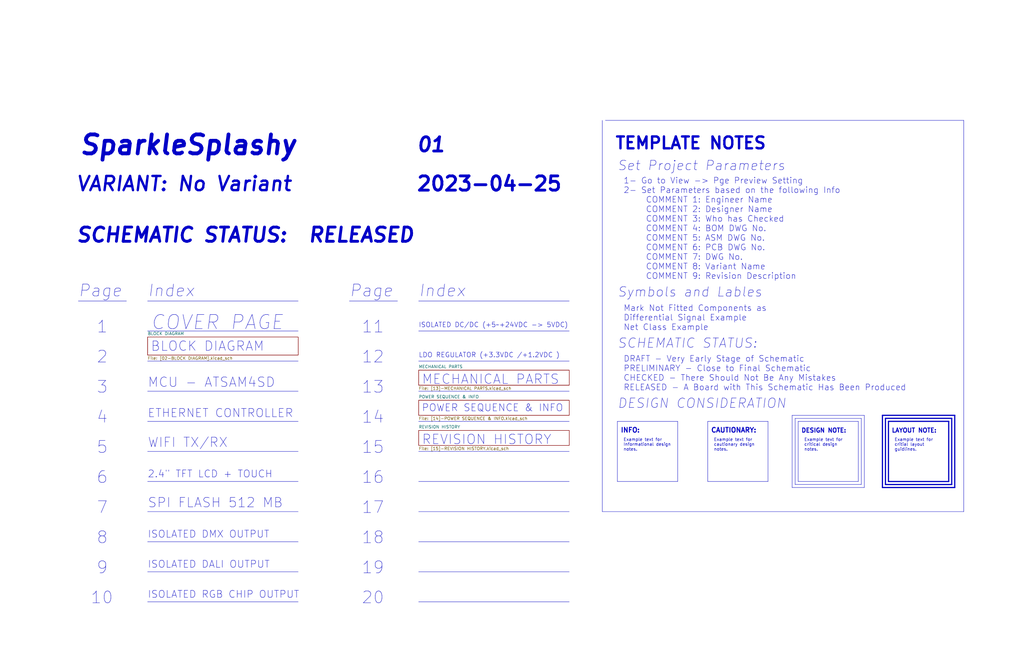
<source format=kicad_sch>
(kicad_sch (version 20230121) (generator eeschema)
  (paper "B")
  (title_block (title "SparkleSplashy") (date "2023-04-25") (rev "01") (company "Siavash Taher Parvar") (comment 1 "Siavash Taher Parvar") (comment 2 "Siavash Taher Parvar") (comment 3 "Siavash Taher Parvar") (comment 4 "_BOM_SpSp_V1.xlsx") (comment 5 "_ASM_SpSp_V1.html") (comment 6 "_GERBER_JLCPCB042023.zip") (comment 8 "No Variant") (comment 9 "N/A"))
  (lib_symbols)
  (polyline (pts (xy 335.28 176.53) (xy 363.22 176.53)))
  (polyline (pts (xy 254 50.8) (xy 254 215.9)))
  (polyline (pts (xy 62.23 177.8) (xy 125.73 177.8)))
  (polyline (pts (xy 176.53 127) (xy 240.03 127)))
  (polyline (pts (xy 400.05 177.8) (xy 400.05 203.2)) (stroke (width 0.5)))
  (polyline (pts (xy 62.23 139.7) (xy 125.73 139.7)))
  (polyline (pts (xy 364.49 175.26) (xy 364.49 205.74)))
  (polyline (pts (xy 260.35 177.8) (xy 260.35 203.2)))
  (polyline (pts (xy 336.55 177.8) (xy 361.95 177.8)))
  (polyline (pts (xy 176.53 254) (xy 240.03 254)))
  (polyline (pts (xy 285.75 177.8) (xy 285.75 203.2)))
  (polyline (pts (xy 176.53 139.7) (xy 240.03 139.7)))
  (polyline (pts (xy 336.55 177.8) (xy 336.55 203.2)))
  (polyline (pts (xy 176.53 228.6) (xy 240.03 228.6)))
  (polyline (pts (xy 372.11 175.26) (xy 402.59 175.26)) (stroke (width 0.5)))
  (polyline (pts (xy 176.53 165.1) (xy 240.03 165.1)))
  (polyline (pts (xy 372.11 205.74) (xy 402.59 205.74)) (stroke (width 0.5)))
  (polyline (pts (xy 373.38 176.53) (xy 401.32 176.53)) (stroke (width 0.5)))
  (polyline (pts (xy 285.75 203.2) (xy 260.35 203.2)))
  (polyline (pts (xy 401.32 176.53) (xy 401.32 204.47)) (stroke (width 0.5)))
  (polyline (pts (xy 361.95 203.2) (xy 336.55 203.2)))
  (polyline (pts (xy 62.23 165.1) (xy 125.73 165.1)))
  (polyline (pts (xy 363.22 176.53) (xy 363.22 204.47)))
  (polyline (pts (xy 62.23 190.5) (xy 125.73 190.5)))
  (polyline (pts (xy 260.35 177.8) (xy 285.75 177.8)))
  (polyline (pts (xy 176.53 152.4) (xy 240.03 152.4)))
  (polyline (pts (xy 298.45 177.8) (xy 298.45 203.2)))
  (polyline (pts (xy 323.85 203.2) (xy 298.45 203.2)))
  (polyline (pts (xy 400.05 203.2) (xy 374.65 203.2)) (stroke (width 0.5)))
  (polyline (pts (xy 335.28 176.53) (xy 335.28 204.47)))
  (polyline (pts (xy 33.02 127) (xy 53.34 127)))
  (polyline (pts (xy 372.11 175.26) (xy 372.11 205.74)) (stroke (width 0.5)))
  (polyline (pts (xy 62.23 241.3) (xy 125.73 241.3)))
  (polyline (pts (xy 176.53 241.3) (xy 240.03 241.3)))
  (polyline (pts (xy 406.4 50.8) (xy 406.4 215.9)))
  (polyline (pts (xy 374.65 177.8) (xy 374.65 203.2)) (stroke (width 0.5)))
  (polyline (pts (xy 62.23 152.4) (xy 125.73 152.4)))
  (polyline (pts (xy 334.01 205.74) (xy 364.49 205.74)))
  (polyline (pts (xy 298.45 177.8) (xy 323.85 177.8)))
  (polyline (pts (xy 176.53 177.8) (xy 240.03 177.8)))
  (polyline (pts (xy 401.32 204.47) (xy 373.38 204.47)) (stroke (width 0.5)))
  (polyline (pts (xy 361.95 177.8) (xy 361.95 203.2)))
  (polyline (pts (xy 373.38 176.53) (xy 373.38 204.47)) (stroke (width 0.5)))
  (polyline (pts (xy 406.4 215.9) (xy 254 215.9)))
  (polyline (pts (xy 147.32 127) (xy 167.64 127)))
  (polyline (pts (xy 176.53 215.9) (xy 240.03 215.9)))
  (polyline (pts (xy 62.23 215.9) (xy 125.73 215.9)))
  (polyline (pts (xy 176.53 190.5) (xy 240.03 190.5)))
  (polyline (pts (xy 62.23 203.2) (xy 125.73 203.2)))
  (polyline (pts (xy 62.23 254) (xy 125.73 254)))
  (polyline (pts (xy 62.23 127) (xy 125.73 127)))
  (polyline (pts (xy 176.53 203.2) (xy 240.03 203.2)))
  (polyline (pts (xy 323.85 177.8) (xy 323.85 203.2)))
  (polyline (pts (xy 334.01 175.26) (xy 364.49 175.26)))
  (polyline (pts (xy 334.01 175.26) (xy 334.01 205.74)))
  (polyline (pts (xy 255.27 50.8) (xy 406.4 50.8)))
  (polyline (pts (xy 62.23 228.6) (xy 125.73 228.6)))
  (polyline (pts (xy 363.22 204.47) (xy 335.28 204.47)))
  (polyline (pts (xy 374.65 177.8) (xy 400.05 177.8)) (stroke (width 0.5)))
  (polyline (pts (xy 402.59 175.26) (xy 402.59 205.74)) (stroke (width 0.5)))
  (text "8" (at 40.64 229.87 0) (effects (font (size 5 5)) (justify left bottom)))
  (text "DRAFT - Very Early Stage of Schematic\nPRELIMINARY - Close to Final Schematic\nCHECKED - There Should Not Be Any Mistakes\nRELEASED - A Board with This Schematic Has Been Produced" (at 262.89 165.1 0) (effects (font (size 2.5 2.5)) (justify left bottom)))
  (text "Index" (at 176.53 125.73 0) (effects (font (size 5 5) italic) (justify left bottom)))
  (text "2\n" (at 40.64 153.67 0) (effects (font (size 5 5)) (justify left bottom)))
  (text "VARIANT: ${COMMENT8}" (at 31.75 81.28 0) (effects (font (size 6 6) (thickness 1) bold italic) (justify left bottom)))
  (text "16" (at 152.4 204.47 0) (effects (font (size 5 5)) (justify left bottom)))
  (text "INFO:" (at 261.62 182.88 0) (effects (font (size 2 2) (thickness 0.4) bold) (justify left bottom)))
  (text "4" (at 40.64 179.07 0) (effects (font (size 5 5)) (justify left bottom)))
  (text "WIFI TX/RX" (at 62.23 189.23 0) (effects (font (size 4 4)) (justify left bottom)))
  (text "${ISSUE_DATE}" (at 175.26 81.28 0) (effects (font (size 6 6) bold) (justify left bottom)))
  (text "19" (at 152.4 242.57 0) (effects (font (size 5 5)) (justify left bottom)))
  (text "ISOLATED DC/DC (+5~+24VDC -> 5VDC)" (at 176.53 138.43 0) (effects (font (size 2 2)) (justify left bottom)))
  (text "5" (at 40.64 191.77 0) (effects (font (size 5 5)) (justify left bottom)))
  (text "COVER PAGE" (at 63.5 139.7 0) (effects (font (size 6 6) italic) (justify left bottom)))
  (text "SCHEMATIC STATUS:" (at 260.35 147.32 0) (effects (font (size 4 4) italic) (justify left bottom)))
  (text "10" (at 38.1 255.27 0) (effects (font (size 5 5)) (justify left bottom)))
  (text "7" (at 40.64 217.17 0) (effects (font (size 5 5)) (justify left bottom)))
  (text "11" (at 152.4 140.97 0) (effects (font (size 5 5)) (justify left bottom)))
  (text "2.4\" TFT LCD + TOUCH" (at 62.23 201.93 0) (effects (font (size 3 3)) (justify left bottom)))
  (text "MECHANICAL PARTS" (at 177.8 162.56 0) (effects (font (size 4 4)) (justify left bottom)))
  (text "Symbols and Lables" (at 260.35 125.73 0) (effects (font (size 4 4) italic) (justify left bottom)))
  (text "POWER SEQUENCE & INFO" (at 177.8 173.99 0) (effects (font (size 3 3)) (justify left bottom)))
  (text "DESIGN NOTE:" (at 337.82 182.88 0) (effects (font (size 1.8 1.8) bold) (justify left bottom)))
  (text "13" (at 152.4 166.37 0) (effects (font (size 5 5)) (justify left bottom)))
  (text "Set Project Parameters" (at 260.35 72.39 0) (effects (font (size 4 4) italic) (justify left bottom)))
  (text "3" (at 40.64 166.37 0) (effects (font (size 5 5)) (justify left bottom)))
  (text "1- Go to View -> Pge Preview Setting\n2- Set Parameters based on the following Info\n	COMMENT 1: Engineer Name\n	COMMENT 2: Designer Name\n	COMMENT 3: Who has Checked\n	COMMENT 4: BOM DWG No.\n	COMMENT 5: ASM DWG No.\n	COMMENT 6: PCB DWG No.\n	COMMENT 7: DWG No.\n	COMMENT 8: Variant Name\n	COMMENT 9: Revision Description " (at 262.89 118.11 0) (effects (font (size 2.5 2.5)) (justify left bottom)))
  (text "Page" (at 33.02 125.73 0) (effects (font (size 5 5) italic) (justify left bottom)))
  (text "${REVISION}" (at 175.26 64.77 0) (effects (font (size 6 6) bold italic) (justify left bottom)))
  (text "MCU - ATSAM4SD" (at 62.23 163.83 0) (effects (font (size 4 4)) (justify left bottom)))
  (text "ISOLATED DMX OUTPUT" (at 62.23 227.33 0) (effects (font (size 3 3)) (justify left bottom)))
  (text "20" (at 152.4 255.27 0) (effects (font (size 5 5)) (justify left bottom)))
  (text "Example text for\nInformational design\nnotes." (at 262.89 190.5 0) (effects (font (size 1.27 1.27)) (justify left bottom)))
  (text "${TITLE}" (at 33.02 66.04 0) (effects (font (size 8 8) (thickness 1.6) bold italic) (justify left bottom)))
  (text "LDO REGULATOR (+3.3VDC /+1.2VDC )" (at 176.53 151.13 0) (effects (font (size 2 2)) (justify left bottom)))
  (text "17" (at 152.4 217.17 0) (effects (font (size 5 5)) (justify left bottom)))
  (text "BLOCK DIAGRAM" (at 63.5 148.59 0) (effects (font (size 4 4)) (justify left bottom)))
  (text "REVISION HISTORY" (at 177.8 187.96 0) (effects (font (size 4 4)) (justify left bottom)))
  (text "ISOLATED RGB CHIP OUTPUT" (at 62.23 252.73 0) (effects (font (size 3 3)) (justify left bottom)))
  (text "14" (at 152.4 179.07 0) (effects (font (size 5 5)) (justify left bottom)))
  (text "SPI FLASH 512 MB" (at 62.23 214.63 0) (effects (font (size 4 4)) (justify left bottom)))
  (text "6" (at 40.64 204.47 0) (effects (font (size 5 5)) (justify left bottom)))
  (text "Example text for\ncritical design \nnotes." (at 339.09 190.5 0) (effects (font (size 1.27 1.27)) (justify left bottom)))
  (text "Example text for\ncritial layout\nguidlines." (at 377.19 190.5 0) (effects (font (size 1.27 1.27)) (justify left bottom)))
  (text "12" (at 152.4 153.67 0) (effects (font (size 5 5)) (justify left bottom)))
  (text "ETHERNET CONTROLLER" (at 62.23 176.53 0) (effects (font (size 3.5 3.5)) (justify left bottom)))
  (text "SCHEMATIC STATUS: " (at 31.75 102.87 0) (effects (font (size 6 6) (thickness 1.2) bold italic) (justify left bottom)))
  (text "LAYOUT NOTE:" (at 375.92 182.88 0) (effects (font (size 1.8 1.8) bold) (justify left bottom)))
  (text "1" (at 40.64 140.97 0) (effects (font (size 5 5)) (justify left bottom)))
  (text "CAUTIONARY:" (at 299.72 182.88 0) (effects (font (size 2 2) bold) (justify left bottom)))
  (text "15" (at 152.4 191.77 0) (effects (font (size 5 5)) (justify left bottom)))
  (text "ISOLATED DALI OUTPUT" (at 62.23 240.03 0) (effects (font (size 3 3)) (justify left bottom)))
  (text "Example text for\ncautionary design\nnotes." (at 300.99 190.5 0) (effects (font (size 1.27 1.27)) (justify left bottom)))
  (text "Mark Not Fitted Components as\nDifferential Signal Example\nNet Class Example" (at 262.89 139.7 0) (effects (font (size 2.5 2.5)) (justify left bottom)))
  (text "Page" (at 147.32 125.73 0) (effects (font (size 5 5) italic) (justify left bottom)))
  (text "Index" (at 62.23 125.73 0) (effects (font (size 5 5) italic) (justify left bottom)))
  (text "9" (at 40.64 242.57 0) (effects (font (size 5 5)) (justify left bottom)))
  (text "DESIGN CONSIDERATION" (at 260.35 172.72 0) (effects (font (size 4 4) italic) (justify left bottom)))
  (text "RELEASED" (at 129.54 102.87 0) (effects (font (size 6 6) (thickness 1.2) bold italic) (justify left bottom)))
  (text "TEMPLATE NOTES" (at 259.08 63.5 0) (effects (font (size 5 5) bold) (justify left bottom)))
  (text "18" (at 152.4 229.87 0) (effects (font (size 5 5)) (justify left bottom)))
  (sheet (at 62.23 142.24) (size 63.5 7.62) (stroke (width 0.1524))
    (property "Sheetname" "BLOCK DIAGRAM" (at 62.23 141.5284 0) (effects (justify left bottom)))
    (property "Sheetfile" "[02-BLOCK DIAGRAM].kicad_sch" (at 62.23 150.4446 0) (effects (justify left top)))
  )
  (sheet (at 176.53 156.21) (size 63.5 6.35) (stroke (width 0.1524))
    (property "Sheetname" "MECHANICAL PARTS" (at 176.53 155.4984 0) (effects (justify left bottom)))
    (property "Sheetfile" "[13]-MECHANICAL PARTS.kicad_sch" (at 176.53 163.1446 0) (effects (justify left top)))
  )
  (sheet (at 176.53 181.61) (size 63.5 6.35) (stroke (width 0.1524))
    (property "Sheetname" "REVISION HISTORY" (at 176.53 180.8984 0) (effects (justify left bottom)))
    (property "Sheetfile" "[15]-REVISION HISTORY.kicad_sch" (at 176.53 188.5446 0) (effects (justify left top)))
  )
  (sheet (at 176.53 168.91) (size 63.5 6.35) (stroke (width 0.1524))
    (property "Sheetname" "POWER SEQUENCE & INFO" (at 176.53 168.1984 0) (effects (justify left bottom)))
    (property "Sheetfile" "[14]-POWER SEQUENCE & INFO.kicad_sch" (at 176.53 175.8446 0) (effects (justify left top)))
  )
)
</source>
